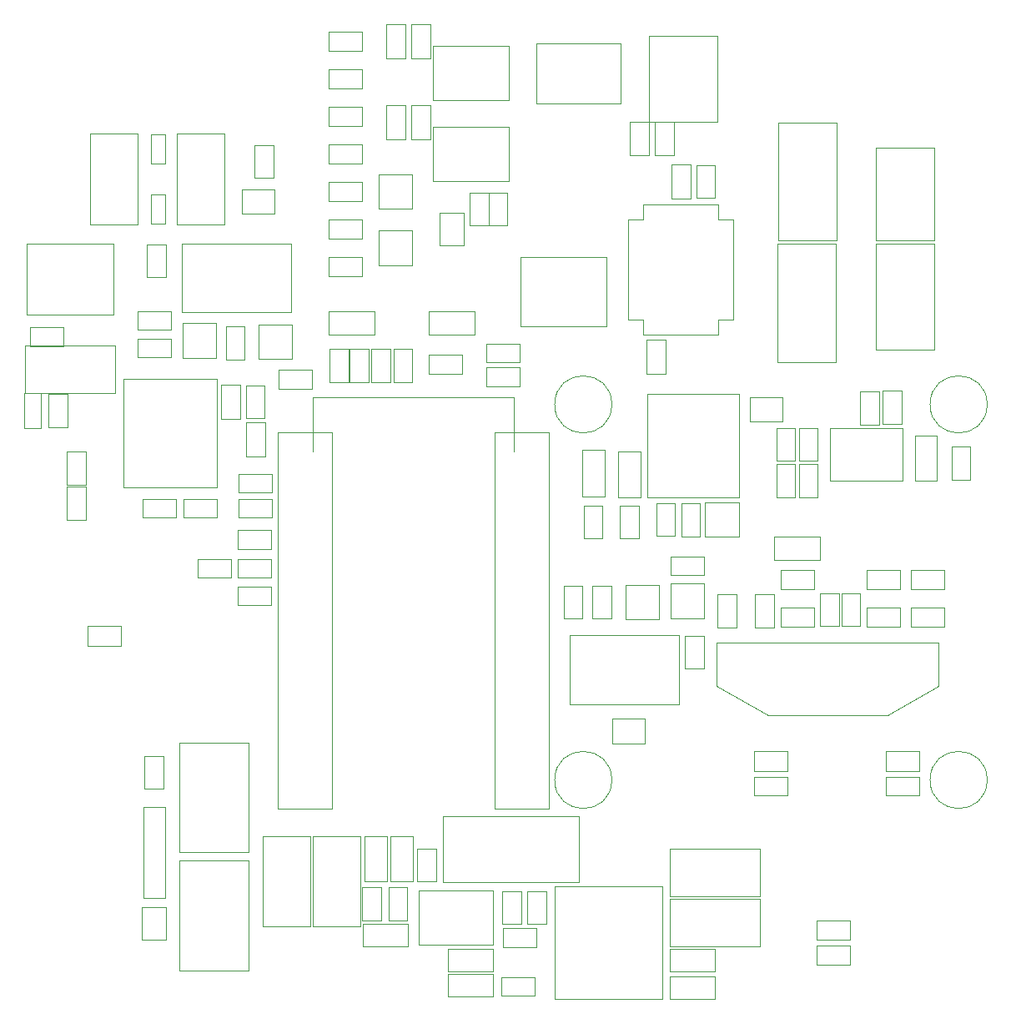
<source format=gbr>
%TF.GenerationSoftware,KiCad,Pcbnew,5.99.0-unknown-e950278637~142~ubuntu18.04.1*%
%TF.CreationDate,2021-10-25T23:56:18+03:00*%
%TF.ProjectId,cdf-1,6364662d-312e-46b6-9963-61645f706362,rev?*%
%TF.SameCoordinates,Original*%
%TF.FileFunction,Other,User*%
%FSLAX46Y46*%
G04 Gerber Fmt 4.6, Leading zero omitted, Abs format (unit mm)*
G04 Created by KiCad (PCBNEW 5.99.0-unknown-e950278637~142~ubuntu18.04.1) date 2021-10-25 23:56:18*
%MOMM*%
%LPD*%
G01*
G04 APERTURE LIST*
%ADD10C,0.050000*%
G04 APERTURE END LIST*
D10*
%TO.C,C1*%
X177940000Y-130167000D02*
X177940000Y-139327000D01*
X182740000Y-130167000D02*
X177940000Y-130167000D01*
X177940000Y-139327000D02*
X182740000Y-139327000D01*
X182740000Y-139327000D02*
X182740000Y-130167000D01*
%TO.C,C5*%
X183020000Y-139327000D02*
X187820000Y-139327000D01*
X187820000Y-130167000D02*
X183020000Y-130167000D01*
X183020000Y-130167000D02*
X183020000Y-139327000D01*
X187820000Y-139327000D02*
X187820000Y-130167000D01*
%TO.C,C6*%
X190507000Y-134761000D02*
X190507000Y-130161000D01*
X190507000Y-130161000D02*
X188207000Y-130161000D01*
X188207000Y-130161000D02*
X188207000Y-134761000D01*
X188207000Y-134761000D02*
X190507000Y-134761000D01*
%TO.C,C7*%
X201309000Y-143898000D02*
X201309000Y-141598000D01*
X196709000Y-141598000D02*
X196709000Y-143898000D01*
X196709000Y-143898000D02*
X201309000Y-143898000D01*
X201309000Y-141598000D02*
X196709000Y-141598000D01*
%TO.C,C9*%
X192673000Y-141358000D02*
X192673000Y-139058000D01*
X192673000Y-139058000D02*
X188073000Y-139058000D01*
X188073000Y-141358000D02*
X192673000Y-141358000D01*
X188073000Y-139058000D02*
X188073000Y-141358000D01*
%TO.C,C11*%
X219194000Y-131458000D02*
X219194000Y-136258000D01*
X228354000Y-131458000D02*
X219194000Y-131458000D01*
X219194000Y-136258000D02*
X228354000Y-136258000D01*
X228354000Y-136258000D02*
X228354000Y-131458000D01*
%TO.C,C13*%
X223788000Y-143898000D02*
X223788000Y-141598000D01*
X219188000Y-141598000D02*
X219188000Y-143898000D01*
X223788000Y-141598000D02*
X219188000Y-141598000D01*
X219188000Y-143898000D02*
X223788000Y-143898000D01*
%TO.C,C16*%
X228354000Y-141338000D02*
X228354000Y-136538000D01*
X219194000Y-141338000D02*
X228354000Y-141338000D01*
X228354000Y-136538000D02*
X219194000Y-136538000D01*
X219194000Y-136538000D02*
X219194000Y-141338000D01*
%TO.C,C19*%
X158079000Y-88695000D02*
X158079000Y-85295000D01*
X158079000Y-85295000D02*
X156119000Y-85295000D01*
X156119000Y-85295000D02*
X156119000Y-88695000D01*
X156119000Y-88695000D02*
X158079000Y-88695000D01*
%TO.C,C21*%
X158024000Y-94537000D02*
X159984000Y-94537000D01*
X159984000Y-91137000D02*
X158024000Y-91137000D01*
X159984000Y-94537000D02*
X159984000Y-91137000D01*
X158024000Y-91137000D02*
X158024000Y-94537000D01*
%TO.C,C24*%
X215174000Y-61075000D02*
X217134000Y-61075000D01*
X215174000Y-57675000D02*
X215174000Y-61075000D01*
X217134000Y-61075000D02*
X217134000Y-57675000D01*
X217134000Y-57675000D02*
X215174000Y-57675000D01*
%TO.C,C25*%
X154256000Y-78522000D02*
X154256000Y-80482000D01*
X154256000Y-80482000D02*
X157656000Y-80482000D01*
X157656000Y-80482000D02*
X157656000Y-78522000D01*
X157656000Y-78522000D02*
X154256000Y-78522000D01*
%TO.C,C27*%
X217714000Y-57675000D02*
X217714000Y-61075000D01*
X217714000Y-61075000D02*
X219674000Y-61075000D01*
X219674000Y-61075000D02*
X219674000Y-57675000D01*
X219674000Y-57675000D02*
X217714000Y-57675000D01*
%TO.C,C28*%
X173645000Y-84406000D02*
X173645000Y-87806000D01*
X175605000Y-84406000D02*
X173645000Y-84406000D01*
X175605000Y-87806000D02*
X175605000Y-84406000D01*
X173645000Y-87806000D02*
X175605000Y-87806000D01*
%TO.C,C29*%
X178145000Y-88216000D02*
X176185000Y-88216000D01*
X178145000Y-91616000D02*
X178145000Y-88216000D01*
X176185000Y-88216000D02*
X176185000Y-91616000D01*
X176185000Y-91616000D02*
X178145000Y-91616000D01*
%TO.C,C36*%
X230456000Y-108930000D02*
X233856000Y-108930000D01*
X233856000Y-108930000D02*
X233856000Y-106970000D01*
X233856000Y-106970000D02*
X230456000Y-106970000D01*
X230456000Y-106970000D02*
X230456000Y-108930000D01*
%TO.C,C37*%
X226024000Y-109015000D02*
X226024000Y-105615000D01*
X224064000Y-105615000D02*
X224064000Y-109015000D01*
X226024000Y-105615000D02*
X224064000Y-105615000D01*
X224064000Y-109015000D02*
X226024000Y-109015000D01*
%TO.C,C38*%
X227874000Y-109015000D02*
X229834000Y-109015000D01*
X227874000Y-105615000D02*
X227874000Y-109015000D01*
X229834000Y-105615000D02*
X227874000Y-105615000D01*
X229834000Y-109015000D02*
X229834000Y-105615000D01*
%TO.C,C39*%
X247064000Y-108930000D02*
X247064000Y-106970000D01*
X243664000Y-106970000D02*
X243664000Y-108930000D01*
X247064000Y-106970000D02*
X243664000Y-106970000D01*
X243664000Y-108930000D02*
X247064000Y-108930000D01*
%TO.C,C42*%
X243664000Y-105120000D02*
X247064000Y-105120000D01*
X247064000Y-105120000D02*
X247064000Y-103160000D01*
X243664000Y-103160000D02*
X243664000Y-105120000D01*
X247064000Y-103160000D02*
X243664000Y-103160000D01*
%TO.C,C43*%
X242619000Y-103160000D02*
X239219000Y-103160000D01*
X239219000Y-105120000D02*
X242619000Y-105120000D01*
X239219000Y-103160000D02*
X239219000Y-105120000D01*
X242619000Y-105120000D02*
X242619000Y-103160000D01*
%TO.C,C45*%
X240828000Y-84975000D02*
X240828000Y-88375000D01*
X240828000Y-88375000D02*
X242788000Y-88375000D01*
X242788000Y-84975000D02*
X240828000Y-84975000D01*
X242788000Y-88375000D02*
X242788000Y-84975000D01*
%TO.C,C46*%
X238542000Y-88441000D02*
X240502000Y-88441000D01*
X240502000Y-85041000D02*
X238542000Y-85041000D01*
X240502000Y-88441000D02*
X240502000Y-85041000D01*
X238542000Y-85041000D02*
X238542000Y-88441000D01*
%TO.C,D6*%
X199454000Y-76955000D02*
X194754000Y-76955000D01*
X194754000Y-79255000D02*
X194754000Y-76955000D01*
X194754000Y-79255000D02*
X199454000Y-79255000D01*
X199454000Y-79255000D02*
X199454000Y-76955000D01*
%TO.C,D7*%
X189294000Y-76955000D02*
X184594000Y-76955000D01*
X184594000Y-79255000D02*
X189294000Y-79255000D01*
X184594000Y-79255000D02*
X184594000Y-76955000D01*
X189294000Y-79255000D02*
X189294000Y-76955000D01*
%TO.C,D14*%
X210305000Y-90995000D02*
X210305000Y-95695000D01*
X212605000Y-90995000D02*
X210305000Y-90995000D01*
X212605000Y-95695000D02*
X210305000Y-95695000D01*
X212605000Y-95695000D02*
X212605000Y-90995000D01*
%TO.C,D15*%
X216288000Y-95822000D02*
X213988000Y-95822000D01*
X216288000Y-95822000D02*
X216288000Y-91122000D01*
X216288000Y-91122000D02*
X213988000Y-91122000D01*
X213988000Y-91122000D02*
X213988000Y-95822000D01*
%TO.C,D16*%
X234506000Y-99815000D02*
X234506000Y-102115000D01*
X229806000Y-99815000D02*
X229806000Y-102115000D01*
X229806000Y-102115000D02*
X234506000Y-102115000D01*
X234506000Y-99815000D02*
X229806000Y-99815000D01*
%TO.C,JP9*%
X179069000Y-64536000D02*
X179069000Y-67036000D01*
X175769000Y-67036000D02*
X175769000Y-64536000D01*
X179069000Y-64536000D02*
X175769000Y-64536000D01*
X175769000Y-67036000D02*
X179069000Y-67036000D01*
%TO.C,JP13*%
X227331000Y-88118000D02*
X230631000Y-88118000D01*
X230631000Y-85618000D02*
X227331000Y-85618000D01*
X227331000Y-88118000D02*
X227331000Y-85618000D01*
X230631000Y-85618000D02*
X230631000Y-88118000D01*
%TO.C,JP15*%
X213361000Y-120757000D02*
X213361000Y-118257000D01*
X216661000Y-118257000D02*
X216661000Y-120757000D01*
X213361000Y-120757000D02*
X216661000Y-120757000D01*
X216661000Y-118257000D02*
X213361000Y-118257000D01*
%TO.C,K1*%
X226265000Y-85301000D02*
X226265000Y-95801000D01*
X226265000Y-85301000D02*
X216965000Y-85301000D01*
X216965000Y-95801000D02*
X226265000Y-95801000D01*
X216965000Y-95801000D02*
X216965000Y-85301000D01*
%TO.C,Q3*%
X169750000Y-81633000D02*
X173150000Y-81633000D01*
X169750000Y-78133000D02*
X169750000Y-81633000D01*
X173150000Y-78133000D02*
X169750000Y-78133000D01*
X173150000Y-81633000D02*
X173150000Y-78133000D01*
%TO.C,Q4*%
X193089000Y-68735000D02*
X189689000Y-68735000D01*
X189689000Y-72235000D02*
X193089000Y-72235000D01*
X193089000Y-72235000D02*
X193089000Y-68735000D01*
X189689000Y-68735000D02*
X189689000Y-72235000D01*
%TO.C,Q5*%
X177497000Y-81760000D02*
X180897000Y-81760000D01*
X177497000Y-78260000D02*
X177497000Y-81760000D01*
X180897000Y-81760000D02*
X180897000Y-78260000D01*
X180897000Y-78260000D02*
X177497000Y-78260000D01*
%TO.C,Q8*%
X222786000Y-99744000D02*
X226286000Y-99744000D01*
X226286000Y-99744000D02*
X226286000Y-96344000D01*
X222786000Y-96344000D02*
X222786000Y-99744000D01*
X226286000Y-96344000D02*
X222786000Y-96344000D01*
%TO.C,Q9*%
X214708000Y-108176000D02*
X218108000Y-108176000D01*
X214708000Y-104676000D02*
X214708000Y-108176000D01*
X218108000Y-108176000D02*
X218108000Y-104676000D01*
X218108000Y-104676000D02*
X214708000Y-104676000D01*
%TO.C,Q10*%
X222680000Y-108049000D02*
X222680000Y-104549000D01*
X219280000Y-108049000D02*
X222680000Y-108049000D01*
X219280000Y-104549000D02*
X219280000Y-108049000D01*
X222680000Y-104549000D02*
X219280000Y-104549000D01*
%TO.C,R5*%
X195514000Y-134776000D02*
X195514000Y-131416000D01*
X193614000Y-131416000D02*
X193614000Y-134776000D01*
X193614000Y-134776000D02*
X195514000Y-134776000D01*
X195514000Y-131416000D02*
X193614000Y-131416000D01*
%TO.C,R6*%
X192593000Y-135353000D02*
X190693000Y-135353000D01*
X190693000Y-138713000D02*
X192593000Y-138713000D01*
X190693000Y-135353000D02*
X190693000Y-138713000D01*
X192593000Y-138713000D02*
X192593000Y-135353000D01*
%TO.C,R7*%
X189926000Y-138713000D02*
X189926000Y-135353000D01*
X189926000Y-135353000D02*
X188026000Y-135353000D01*
X188026000Y-138713000D02*
X189926000Y-138713000D01*
X188026000Y-135353000D02*
X188026000Y-138713000D01*
%TO.C,R9*%
X198149000Y-83246000D02*
X198149000Y-81346000D01*
X194789000Y-81346000D02*
X194789000Y-83246000D01*
X194789000Y-83246000D02*
X198149000Y-83246000D01*
X198149000Y-81346000D02*
X194789000Y-81346000D01*
%TO.C,R17*%
X168558000Y-78801000D02*
X168558000Y-76901000D01*
X168558000Y-76901000D02*
X165198000Y-76901000D01*
X165198000Y-78801000D02*
X168558000Y-78801000D01*
X165198000Y-76901000D02*
X165198000Y-78801000D01*
%TO.C,R19*%
X165198000Y-81595000D02*
X168558000Y-81595000D01*
X168558000Y-81595000D02*
X168558000Y-79695000D01*
X165198000Y-79695000D02*
X165198000Y-81595000D01*
X168558000Y-79695000D02*
X165198000Y-79695000D01*
%TO.C,R23*%
X174183000Y-78457000D02*
X174183000Y-81817000D01*
X174183000Y-81817000D02*
X176083000Y-81817000D01*
X176083000Y-78457000D02*
X174183000Y-78457000D01*
X176083000Y-81817000D02*
X176083000Y-78457000D01*
%TO.C,R24*%
X184629000Y-65720000D02*
X187989000Y-65720000D01*
X187989000Y-65720000D02*
X187989000Y-63820000D01*
X184629000Y-63820000D02*
X184629000Y-65720000D01*
X187989000Y-63820000D02*
X184629000Y-63820000D01*
%TO.C,R25*%
X176215000Y-84426000D02*
X176215000Y-87786000D01*
X176215000Y-87786000D02*
X178115000Y-87786000D01*
X178115000Y-87786000D02*
X178115000Y-84426000D01*
X178115000Y-84426000D02*
X176215000Y-84426000D01*
%TO.C,R30*%
X169897000Y-97851000D02*
X173257000Y-97851000D01*
X173257000Y-97851000D02*
X173257000Y-95951000D01*
X173257000Y-95951000D02*
X169897000Y-95951000D01*
X169897000Y-95951000D02*
X169897000Y-97851000D01*
%TO.C,R31*%
X165706000Y-95951000D02*
X165706000Y-97851000D01*
X169066000Y-97851000D02*
X169066000Y-95951000D01*
X165706000Y-97851000D02*
X169066000Y-97851000D01*
X169066000Y-95951000D02*
X165706000Y-95951000D01*
%TO.C,R32*%
X178718000Y-102047000D02*
X175358000Y-102047000D01*
X175358000Y-102047000D02*
X175358000Y-103947000D01*
X175358000Y-103947000D02*
X178718000Y-103947000D01*
X178718000Y-103947000D02*
X178718000Y-102047000D01*
%TO.C,R33*%
X200853000Y-64868000D02*
X200853000Y-68228000D01*
X200853000Y-68228000D02*
X202753000Y-68228000D01*
X202753000Y-64868000D02*
X200853000Y-64868000D01*
X202753000Y-68228000D02*
X202753000Y-64868000D01*
%TO.C,R34*%
X222311000Y-96387500D02*
X220411000Y-96387500D01*
X220411000Y-99747500D02*
X222311000Y-99747500D01*
X222311000Y-99747500D02*
X222311000Y-96387500D01*
X220411000Y-96387500D02*
X220411000Y-99747500D01*
%TO.C,R35*%
X217871000Y-96364000D02*
X217871000Y-99724000D01*
X217871000Y-99724000D02*
X219771000Y-99724000D01*
X219771000Y-96364000D02*
X217871000Y-96364000D01*
X219771000Y-99724000D02*
X219771000Y-96364000D01*
%TO.C,R38*%
X212405000Y-99978000D02*
X212405000Y-96618000D01*
X210505000Y-99978000D02*
X212405000Y-99978000D01*
X210505000Y-96618000D02*
X210505000Y-99978000D01*
X212405000Y-96618000D02*
X210505000Y-96618000D01*
%TO.C,R39*%
X214188000Y-99978000D02*
X216088000Y-99978000D01*
X216088000Y-99978000D02*
X216088000Y-96618000D01*
X214188000Y-96618000D02*
X214188000Y-99978000D01*
X216088000Y-96618000D02*
X214188000Y-96618000D01*
%TO.C,R40*%
X230476000Y-103190000D02*
X230476000Y-105090000D01*
X230476000Y-105090000D02*
X233836000Y-105090000D01*
X233836000Y-105090000D02*
X233836000Y-103190000D01*
X233836000Y-103190000D02*
X230476000Y-103190000D01*
%TO.C,R42*%
X178845000Y-93411000D02*
X175485000Y-93411000D01*
X175485000Y-93411000D02*
X175485000Y-95311000D01*
X175485000Y-95311000D02*
X178845000Y-95311000D01*
X178845000Y-95311000D02*
X178845000Y-93411000D01*
%TO.C,R44*%
X178845000Y-97851000D02*
X178845000Y-95951000D01*
X178845000Y-95951000D02*
X175485000Y-95951000D01*
X175485000Y-95951000D02*
X175485000Y-97851000D01*
X175485000Y-97851000D02*
X178845000Y-97851000D01*
%TO.C,R45*%
X208473000Y-108106000D02*
X210373000Y-108106000D01*
X210373000Y-104746000D02*
X208473000Y-104746000D01*
X208473000Y-104746000D02*
X208473000Y-108106000D01*
X210373000Y-108106000D02*
X210373000Y-104746000D01*
%TO.C,R46*%
X247843000Y-94009000D02*
X249743000Y-94009000D01*
X249743000Y-90649000D02*
X247843000Y-90649000D01*
X249743000Y-94009000D02*
X249743000Y-90649000D01*
X247843000Y-90649000D02*
X247843000Y-94009000D01*
%TO.C,R47*%
X246357000Y-89541000D02*
X244117000Y-89541000D01*
X246357000Y-94101000D02*
X246357000Y-89541000D01*
X244117000Y-94101000D02*
X246357000Y-94101000D01*
X244117000Y-89541000D02*
X244117000Y-94101000D01*
%TO.C,R50*%
X211394000Y-104746000D02*
X211394000Y-108106000D01*
X213294000Y-108106000D02*
X213294000Y-104746000D01*
X213294000Y-104746000D02*
X211394000Y-104746000D01*
X211394000Y-108106000D02*
X213294000Y-108106000D01*
%TO.C,R51*%
X239239000Y-107000000D02*
X239239000Y-108900000D01*
X242599000Y-107000000D02*
X239239000Y-107000000D01*
X242599000Y-108900000D02*
X242599000Y-107000000D01*
X239239000Y-108900000D02*
X242599000Y-108900000D01*
%TO.C,R52*%
X222660000Y-101793000D02*
X219300000Y-101793000D01*
X222660000Y-103693000D02*
X222660000Y-101793000D01*
X219300000Y-103693000D02*
X222660000Y-103693000D01*
X219300000Y-101793000D02*
X219300000Y-103693000D01*
%TO.C,R53*%
X220792000Y-113186000D02*
X222692000Y-113186000D01*
X220792000Y-109826000D02*
X220792000Y-113186000D01*
X222692000Y-113186000D02*
X222692000Y-109826000D01*
X222692000Y-109826000D02*
X220792000Y-109826000D01*
%TO.C,R54*%
X231963000Y-88744000D02*
X230063000Y-88744000D01*
X230063000Y-88744000D02*
X230063000Y-92104000D01*
X230063000Y-92104000D02*
X231963000Y-92104000D01*
X231963000Y-92104000D02*
X231963000Y-88744000D01*
%TO.C,R55*%
X231963000Y-92427000D02*
X230063000Y-92427000D01*
X231963000Y-95787000D02*
X231963000Y-92427000D01*
X230063000Y-95787000D02*
X231963000Y-95787000D01*
X230063000Y-92427000D02*
X230063000Y-95787000D01*
%TO.C,R57*%
X234249000Y-92104000D02*
X234249000Y-88744000D01*
X232349000Y-92104000D02*
X234249000Y-92104000D01*
X232349000Y-88744000D02*
X232349000Y-92104000D01*
X234249000Y-88744000D02*
X232349000Y-88744000D01*
%TO.C,R58*%
X234249000Y-95787000D02*
X234249000Y-92427000D01*
X232349000Y-95787000D02*
X234249000Y-95787000D01*
X234249000Y-92427000D02*
X232349000Y-92427000D01*
X232349000Y-92427000D02*
X232349000Y-95787000D01*
%TO.C,U3*%
X163779000Y-83781000D02*
X163779000Y-94781000D01*
X173279000Y-83781000D02*
X173279000Y-94781000D01*
X173279000Y-94781000D02*
X163779000Y-94781000D01*
X173279000Y-83781000D02*
X163779000Y-83781000D01*
%TO.C,JP7*%
X198354000Y-70230000D02*
X195854000Y-70230000D01*
X195854000Y-66930000D02*
X198354000Y-66930000D01*
X198354000Y-70230000D02*
X198354000Y-66930000D01*
X195854000Y-66930000D02*
X195854000Y-70230000D01*
%TO.C,FB1*%
X155409000Y-85245000D02*
X153709000Y-85245000D01*
X155409000Y-88745000D02*
X155409000Y-85245000D01*
X153709000Y-88745000D02*
X155409000Y-88745000D01*
X153709000Y-85245000D02*
X153709000Y-88745000D01*
%TO.C,U4*%
X202859000Y-63710000D02*
X195159000Y-63710000D01*
X202859000Y-58210000D02*
X202859000Y-63710000D01*
X195159000Y-58210000D02*
X202859000Y-58210000D01*
X195159000Y-63710000D02*
X195159000Y-58210000D01*
%TO.C,Q11*%
X209080000Y-116784000D02*
X209080000Y-109784000D01*
X209080000Y-109784000D02*
X220180000Y-109784000D01*
X220180000Y-109784000D02*
X220180000Y-116784000D01*
X220180000Y-116784000D02*
X209080000Y-116784000D01*
%TO.C,Q7*%
X180810000Y-77033000D02*
X169710000Y-77033000D01*
X180810000Y-70033000D02*
X180810000Y-77033000D01*
X169710000Y-77033000D02*
X169710000Y-70033000D01*
X169710000Y-70033000D02*
X180810000Y-70033000D01*
%TO.C,C30*%
X190409000Y-56035000D02*
X190409000Y-59435000D01*
X190409000Y-59435000D02*
X192369000Y-59435000D01*
X192369000Y-56035000D02*
X190409000Y-56035000D01*
X192369000Y-59435000D02*
X192369000Y-56035000D01*
%TO.C,J12*%
X214246400Y-55805000D02*
X205646400Y-55805000D01*
X205646400Y-49705000D02*
X214246400Y-49705000D01*
X205646400Y-55805000D02*
X205646400Y-49705000D01*
X214246400Y-49705000D02*
X214246400Y-55805000D01*
%TO.C,U5*%
X195159000Y-55505000D02*
X195159000Y-50005000D01*
X195159000Y-50005000D02*
X202859000Y-50005000D01*
X202859000Y-55505000D02*
X195159000Y-55505000D01*
X202859000Y-50005000D02*
X202859000Y-55505000D01*
%TO.C,C34*%
X194909000Y-51230000D02*
X194909000Y-47830000D01*
X192949000Y-47830000D02*
X192949000Y-51230000D01*
X192949000Y-51230000D02*
X194909000Y-51230000D01*
X194909000Y-47830000D02*
X192949000Y-47830000D01*
%TO.C,C31*%
X192369000Y-47830000D02*
X190409000Y-47830000D01*
X190409000Y-51230000D02*
X192369000Y-51230000D01*
X190409000Y-47830000D02*
X190409000Y-51230000D01*
X192369000Y-51230000D02*
X192369000Y-47830000D01*
%TO.C,C32*%
X194909000Y-59435000D02*
X194909000Y-56035000D01*
X192949000Y-59435000D02*
X194909000Y-59435000D01*
X192949000Y-56035000D02*
X192949000Y-59435000D01*
X194909000Y-56035000D02*
X192949000Y-56035000D01*
%TO.C,R16*%
X205515000Y-144465000D02*
X202155000Y-144465000D01*
X205515000Y-146365000D02*
X205515000Y-144465000D01*
X202155000Y-144465000D02*
X202155000Y-146365000D01*
X202155000Y-146365000D02*
X205515000Y-146365000D01*
%TO.C,Q6*%
X193089000Y-66520000D02*
X193089000Y-63020000D01*
X189689000Y-63020000D02*
X189689000Y-66520000D01*
X193089000Y-63020000D02*
X189689000Y-63020000D01*
X189689000Y-66520000D02*
X193089000Y-66520000D01*
%TO.C,R22*%
X184629000Y-67630000D02*
X184629000Y-69530000D01*
X187989000Y-67630000D02*
X184629000Y-67630000D01*
X187989000Y-69530000D02*
X187989000Y-67630000D01*
X184629000Y-69530000D02*
X187989000Y-69530000D01*
%TO.C,R37*%
X198948000Y-68228000D02*
X200848000Y-68228000D01*
X198948000Y-64868000D02*
X198948000Y-68228000D01*
X200848000Y-64868000D02*
X198948000Y-64868000D01*
X200848000Y-68228000D02*
X200848000Y-64868000D01*
%TO.C,R21*%
X184629000Y-52390000D02*
X184629000Y-54290000D01*
X187989000Y-52390000D02*
X184629000Y-52390000D01*
X187989000Y-54290000D02*
X187989000Y-52390000D01*
X184629000Y-54290000D02*
X187989000Y-54290000D01*
%TO.C,R18*%
X184629000Y-61910000D02*
X187989000Y-61910000D01*
X184629000Y-60010000D02*
X184629000Y-61910000D01*
X187989000Y-61910000D02*
X187989000Y-60010000D01*
X187989000Y-60010000D02*
X184629000Y-60010000D01*
%TO.C,R28*%
X187989000Y-71440000D02*
X184629000Y-71440000D01*
X184629000Y-73340000D02*
X187989000Y-73340000D01*
X184629000Y-71440000D02*
X184629000Y-73340000D01*
X187989000Y-73340000D02*
X187989000Y-71440000D01*
%TO.C,R20*%
X184629000Y-50480000D02*
X187989000Y-50480000D01*
X187989000Y-48580000D02*
X184629000Y-48580000D01*
X187989000Y-50480000D02*
X187989000Y-48580000D01*
X184629000Y-48580000D02*
X184629000Y-50480000D01*
%TO.C,R26*%
X187989000Y-58100000D02*
X187989000Y-56200000D01*
X184629000Y-58100000D02*
X187989000Y-58100000D01*
X184629000Y-56200000D02*
X184629000Y-58100000D01*
X187989000Y-56200000D02*
X184629000Y-56200000D01*
%TO.C,JP10*%
X217149000Y-48990000D02*
X224049000Y-48990000D01*
X217149000Y-57690000D02*
X217149000Y-48990000D01*
X224049000Y-57690000D02*
X217149000Y-57690000D01*
X224049000Y-48990000D02*
X224049000Y-57690000D01*
%TO.C,R59*%
X179549000Y-84770000D02*
X182909000Y-84770000D01*
X182909000Y-84770000D02*
X182909000Y-82870000D01*
X182909000Y-82870000D02*
X179549000Y-82870000D01*
X179549000Y-82870000D02*
X179549000Y-84770000D01*
%TO.C,R27*%
X166182000Y-70098500D02*
X166182000Y-73458500D01*
X168082000Y-73458500D02*
X168082000Y-70098500D01*
X168082000Y-70098500D02*
X166182000Y-70098500D01*
X166182000Y-73458500D02*
X168082000Y-73458500D01*
%TO.C,R29*%
X177104000Y-63402000D02*
X179004000Y-63402000D01*
X177104000Y-60042000D02*
X177104000Y-63402000D01*
X179004000Y-60042000D02*
X177104000Y-60042000D01*
X179004000Y-63402000D02*
X179004000Y-60042000D01*
%TO.C,U7*%
X246504800Y-110510000D02*
X224004800Y-110510000D01*
X224004800Y-114900000D02*
X224004800Y-110510000D01*
X241304800Y-117900000D02*
X246504800Y-114900000D01*
X229204800Y-117900000D02*
X224004800Y-114900000D01*
X246504800Y-110510000D02*
X246504800Y-114900000D01*
X241304800Y-117900000D02*
X229204800Y-117900000D01*
%TO.C,J11*%
X212757000Y-78430000D02*
X204057000Y-78430000D01*
X204057000Y-78430000D02*
X204057000Y-71430000D01*
X204057000Y-71430000D02*
X212757000Y-71430000D01*
X212757000Y-71430000D02*
X212757000Y-78430000D01*
%TO.C,C12*%
X163498000Y-110835000D02*
X163498000Y-108875000D01*
X160098000Y-108875000D02*
X160098000Y-110835000D01*
X160098000Y-110835000D02*
X163498000Y-110835000D01*
X163498000Y-108875000D02*
X160098000Y-108875000D01*
%TO.C,C14*%
X167989000Y-58972000D02*
X166529000Y-58972000D01*
X167989000Y-61932000D02*
X167989000Y-58972000D01*
X166529000Y-61932000D02*
X167989000Y-61932000D01*
X166529000Y-58972000D02*
X166529000Y-61932000D01*
%TO.C,C15*%
X173977000Y-58920000D02*
X169177000Y-58920000D01*
X169177000Y-68080000D02*
X173977000Y-68080000D01*
X173977000Y-68080000D02*
X173977000Y-58920000D01*
X169177000Y-58920000D02*
X169177000Y-68080000D01*
%TO.C,C17*%
X166529000Y-65068000D02*
X166529000Y-68028000D01*
X167989000Y-68028000D02*
X167989000Y-65068000D01*
X167989000Y-65068000D02*
X166529000Y-65068000D01*
X166529000Y-68028000D02*
X167989000Y-68028000D01*
%TO.C,C18*%
X165214000Y-58920000D02*
X160414000Y-58920000D01*
X160414000Y-58920000D02*
X160414000Y-68080000D01*
X160414000Y-68080000D02*
X165214000Y-68080000D01*
X165214000Y-68080000D02*
X165214000Y-58920000D01*
%TO.C,R1*%
X178718000Y-106741000D02*
X178718000Y-104841000D01*
X175358000Y-104841000D02*
X175358000Y-106741000D01*
X178718000Y-104841000D02*
X175358000Y-104841000D01*
X175358000Y-106741000D02*
X178718000Y-106741000D01*
%TO.C,R2*%
X175381500Y-99126000D02*
X175381500Y-101026000D01*
X178741500Y-99126000D02*
X175381500Y-99126000D01*
X175381500Y-101026000D02*
X178741500Y-101026000D01*
X178741500Y-101026000D02*
X178741500Y-99126000D01*
%TO.C,R10*%
X203991000Y-82103000D02*
X203991000Y-80203000D01*
X203991000Y-80203000D02*
X200631000Y-80203000D01*
X200631000Y-82103000D02*
X203991000Y-82103000D01*
X200631000Y-80203000D02*
X200631000Y-82103000D01*
%TO.C,R11*%
X200631000Y-82616000D02*
X200631000Y-84516000D01*
X203991000Y-84516000D02*
X203991000Y-82616000D01*
X203991000Y-82616000D02*
X200631000Y-82616000D01*
X200631000Y-84516000D02*
X203991000Y-84516000D01*
%TO.C,R15*%
X174654000Y-103947000D02*
X174654000Y-102047000D01*
X171294000Y-103947000D02*
X174654000Y-103947000D01*
X171294000Y-102047000D02*
X171294000Y-103947000D01*
X174654000Y-102047000D02*
X171294000Y-102047000D01*
%TO.C,U2*%
X182989000Y-85610000D02*
X182989000Y-91110000D01*
X179449000Y-127360000D02*
X184949000Y-127360000D01*
X206949000Y-89160000D02*
X201449000Y-89160000D01*
X206949000Y-127360000D02*
X206949000Y-89160000D01*
X203389000Y-91110000D02*
X203389000Y-85610000D01*
X184949000Y-89160000D02*
X179449000Y-89160000D01*
X203389000Y-85610000D02*
X182989000Y-85610000D01*
X184949000Y-127360000D02*
X184949000Y-89160000D01*
X179449000Y-89160000D02*
X179449000Y-127360000D01*
X201449000Y-127360000D02*
X206949000Y-127360000D01*
X201449000Y-89160000D02*
X201449000Y-127360000D01*
%TO.C,C22*%
X153789000Y-85204000D02*
X162949000Y-85204000D01*
X162949000Y-85204000D02*
X162949000Y-80404000D01*
X162949000Y-80404000D02*
X153789000Y-80404000D01*
X153789000Y-80404000D02*
X153789000Y-85204000D01*
%TO.C,C4*%
X188927300Y-84123000D02*
X190887300Y-84123000D01*
X190887300Y-80723000D02*
X188927300Y-80723000D01*
X190887300Y-84123000D02*
X190887300Y-80723000D01*
X188927300Y-80723000D02*
X188927300Y-84123000D01*
%TO.C,R3*%
X193101000Y-84103000D02*
X193101000Y-80743000D01*
X191201000Y-84103000D02*
X193101000Y-84103000D01*
X193101000Y-80743000D02*
X191201000Y-80743000D01*
X191201000Y-80743000D02*
X191201000Y-84103000D01*
%TO.C,C2*%
X188686000Y-80723000D02*
X186726000Y-80723000D01*
X186726000Y-80723000D02*
X186726000Y-84123000D01*
X188686000Y-84123000D02*
X188686000Y-80723000D01*
X186726000Y-84123000D02*
X188686000Y-84123000D01*
%TO.C,U9*%
X153969000Y-77260000D02*
X153969000Y-70060000D01*
X162769000Y-70060000D02*
X162769000Y-77260000D01*
X153969000Y-70060000D02*
X162769000Y-70060000D01*
X162769000Y-77260000D02*
X153969000Y-77260000D01*
%TO.C,C35*%
X219365000Y-65454000D02*
X221325000Y-65454000D01*
X221325000Y-65454000D02*
X221325000Y-62054000D01*
X221325000Y-62054000D02*
X219365000Y-62054000D01*
X219365000Y-62054000D02*
X219365000Y-65454000D01*
%TO.C,C33*%
X216825000Y-83234000D02*
X218785000Y-83234000D01*
X218785000Y-83234000D02*
X218785000Y-79834000D01*
X218785000Y-79834000D02*
X216825000Y-79834000D01*
X216825000Y-79834000D02*
X216825000Y-83234000D01*
%TO.C,R36*%
X223835000Y-65434000D02*
X223835000Y-62074000D01*
X223835000Y-62074000D02*
X221935000Y-62074000D01*
X221935000Y-62074000D02*
X221935000Y-65434000D01*
X221935000Y-65434000D02*
X223835000Y-65434000D01*
%TO.C,U6*%
X215015000Y-67564000D02*
X216535000Y-67564000D01*
X225675000Y-77724000D02*
X225675000Y-67564000D01*
X216535000Y-66044000D02*
X216535000Y-67564000D01*
X216535000Y-79244000D02*
X216535000Y-77724000D01*
X216535000Y-79244000D02*
X224155000Y-79244000D01*
X216535000Y-66044000D02*
X224155000Y-66044000D01*
X215015000Y-67564000D02*
X215015000Y-77724000D01*
X225675000Y-67564000D02*
X224155000Y-67564000D01*
X215015000Y-77724000D02*
X216535000Y-77724000D01*
X225675000Y-77724000D02*
X224155000Y-77724000D01*
X224155000Y-66044000D02*
X224155000Y-67564000D01*
X224155000Y-79244000D02*
X224155000Y-77724000D01*
%TO.C,J18*%
X246070000Y-69744000D02*
X240170000Y-69744000D01*
X246070000Y-60304000D02*
X246070000Y-69744000D01*
X240170000Y-69744000D02*
X240170000Y-60304000D01*
X240170000Y-60304000D02*
X246070000Y-60304000D01*
%TO.C,J19*%
X236122000Y-57774000D02*
X236122000Y-69734000D01*
X236122000Y-69734000D02*
X230222000Y-69734000D01*
X230222000Y-69734000D02*
X230222000Y-57774000D01*
X230222000Y-57774000D02*
X236122000Y-57774000D01*
%TO.C,L1*%
X207529000Y-135220000D02*
X218429000Y-135220000D01*
X218429000Y-146720000D02*
X207529000Y-146720000D01*
X207529000Y-146720000D02*
X207529000Y-135220000D01*
X218429000Y-135220000D02*
X218429000Y-146720000D01*
%TO.C,D2*%
X196173000Y-128095000D02*
X196173000Y-134795000D01*
X209973000Y-134795000D02*
X209973000Y-128095000D01*
X196173000Y-134795000D02*
X209973000Y-134795000D01*
X209973000Y-128095000D02*
X196173000Y-128095000D01*
%TO.C,Q1*%
X176473000Y-143761000D02*
X169473000Y-143761000D01*
X169473000Y-143761000D02*
X169473000Y-132661000D01*
X176473000Y-132661000D02*
X176473000Y-143761000D01*
X169473000Y-132661000D02*
X176473000Y-132661000D01*
%TO.C,Q2*%
X169474000Y-120688000D02*
X176474000Y-120688000D01*
X176474000Y-120688000D02*
X176474000Y-131788000D01*
X169474000Y-131788000D02*
X169474000Y-120688000D01*
X176474000Y-131788000D02*
X169474000Y-131788000D01*
%TO.C,R14*%
X167828000Y-125378000D02*
X167828000Y-122018000D01*
X165928000Y-122018000D02*
X165928000Y-125378000D01*
X167828000Y-122018000D02*
X165928000Y-122018000D01*
X165928000Y-125378000D02*
X167828000Y-125378000D01*
%TO.C,D4*%
X167978000Y-127176000D02*
X165778000Y-127176000D01*
X165778000Y-136476000D02*
X167978000Y-136476000D01*
X165778000Y-127176000D02*
X165778000Y-136476000D01*
X167978000Y-136476000D02*
X167978000Y-127176000D01*
%TO.C,JP2*%
X168128000Y-140700000D02*
X165628000Y-140700000D01*
X168128000Y-140700000D02*
X168128000Y-137400000D01*
X165628000Y-137400000D02*
X168128000Y-137400000D01*
X165628000Y-137400000D02*
X165628000Y-140700000D01*
%TO.C,C10*%
X219188000Y-144392000D02*
X219188000Y-146692000D01*
X223788000Y-146692000D02*
X223788000Y-144392000D01*
X219188000Y-146692000D02*
X223788000Y-146692000D01*
X223788000Y-144392000D02*
X219188000Y-144392000D01*
%TO.C,R13*%
X204150000Y-139094000D02*
X204150000Y-135734000D01*
X204150000Y-135734000D02*
X202250000Y-135734000D01*
X202250000Y-135734000D02*
X202250000Y-139094000D01*
X202250000Y-139094000D02*
X204150000Y-139094000D01*
%TO.C,R12*%
X206690000Y-139094000D02*
X206690000Y-135734000D01*
X204790000Y-139094000D02*
X206690000Y-139094000D01*
X206690000Y-135734000D02*
X204790000Y-135734000D01*
X204790000Y-135734000D02*
X204790000Y-139094000D01*
%TO.C,C3*%
X193174000Y-130161000D02*
X190874000Y-130161000D01*
X193174000Y-134761000D02*
X193174000Y-130161000D01*
X190874000Y-130161000D02*
X190874000Y-134761000D01*
X190874000Y-134761000D02*
X193174000Y-134761000D01*
%TO.C,U1*%
X193735000Y-135680000D02*
X201235000Y-135680000D01*
X193735000Y-141180000D02*
X193735000Y-135680000D01*
X201235000Y-141180000D02*
X201235000Y-135680000D01*
X193735000Y-141180000D02*
X201235000Y-141180000D01*
%TO.C,C8*%
X196709000Y-144138000D02*
X196709000Y-146438000D01*
X201309000Y-146438000D02*
X201309000Y-144138000D01*
X201309000Y-144138000D02*
X196709000Y-144138000D01*
X196709000Y-146438000D02*
X201309000Y-146438000D01*
%TO.C,R8*%
X202282000Y-139512000D02*
X202282000Y-141412000D01*
X205642000Y-139512000D02*
X202282000Y-139512000D01*
X202282000Y-141412000D02*
X205642000Y-141412000D01*
X205642000Y-141412000D02*
X205642000Y-139512000D01*
%TO.C,C44*%
X234139000Y-138720000D02*
X234139000Y-140680000D01*
X234139000Y-140680000D02*
X237539000Y-140680000D01*
X237539000Y-138720000D02*
X234139000Y-138720000D01*
X237539000Y-140680000D02*
X237539000Y-138720000D01*
%TO.C,C41*%
X227789000Y-123535000D02*
X231189000Y-123535000D01*
X231189000Y-123535000D02*
X231189000Y-121575000D01*
X227789000Y-121575000D02*
X227789000Y-123535000D01*
X231189000Y-121575000D02*
X227789000Y-121575000D01*
%TO.C,R56*%
X234159000Y-143190000D02*
X237519000Y-143190000D01*
X234159000Y-141290000D02*
X234159000Y-143190000D01*
X237519000Y-143190000D02*
X237519000Y-141290000D01*
X237519000Y-141290000D02*
X234159000Y-141290000D01*
%TO.C,C40*%
X244524000Y-121575000D02*
X241124000Y-121575000D01*
X244524000Y-123535000D02*
X244524000Y-121575000D01*
X241124000Y-121575000D02*
X241124000Y-123535000D01*
X241124000Y-123535000D02*
X244524000Y-123535000D01*
%TO.C,R49*%
X227809000Y-126045000D02*
X231169000Y-126045000D01*
X227809000Y-124145000D02*
X227809000Y-126045000D01*
X231169000Y-124145000D02*
X227809000Y-124145000D01*
X231169000Y-126045000D02*
X231169000Y-124145000D01*
%TO.C,H4*%
X213339000Y-124460000D02*
G75*
G03*
X213339000Y-124460000I-2900000J0D01*
G01*
%TO.C,H2*%
X251439000Y-86360000D02*
G75*
G03*
X251439000Y-86360000I-2900000J0D01*
G01*
%TO.C,H3*%
X251439000Y-124460000D02*
G75*
G03*
X251439000Y-124460000I-2900000J0D01*
G01*
%TO.C,H1*%
X213339000Y-86360000D02*
G75*
G03*
X213339000Y-86360000I-2900000J0D01*
G01*
%TO.C,J16*%
X240170000Y-80788000D02*
X240170000Y-70088000D01*
X246070000Y-80788000D02*
X240170000Y-80788000D01*
X246070000Y-70088000D02*
X246070000Y-80788000D01*
X240170000Y-70088000D02*
X246070000Y-70088000D01*
%TO.C,J14*%
X236080000Y-70093000D02*
X236080000Y-82053000D01*
X230180000Y-82053000D02*
X230180000Y-70093000D01*
X236080000Y-82053000D02*
X230180000Y-82053000D01*
X230180000Y-70093000D02*
X236080000Y-70093000D01*
%TO.C,U8*%
X242841000Y-88740000D02*
X242841000Y-94140000D01*
X235441000Y-94140000D02*
X235441000Y-88740000D01*
X242841000Y-94140000D02*
X235441000Y-94140000D01*
X235441000Y-88740000D02*
X242841000Y-88740000D01*
%TO.C,R48*%
X244504000Y-126045000D02*
X244504000Y-124145000D01*
X241144000Y-126045000D02*
X244504000Y-126045000D01*
X241144000Y-124145000D02*
X241144000Y-126045000D01*
X244504000Y-124145000D02*
X241144000Y-124145000D01*
%TO.C,R43*%
X236408000Y-108868000D02*
X236408000Y-105508000D01*
X234508000Y-108868000D02*
X236408000Y-108868000D01*
X234508000Y-105508000D02*
X234508000Y-108868000D01*
X236408000Y-105508000D02*
X234508000Y-105508000D01*
%TO.C,R41*%
X236667000Y-108868000D02*
X238567000Y-108868000D01*
X236667000Y-105508000D02*
X236667000Y-108868000D01*
X238567000Y-108868000D02*
X238567000Y-105508000D01*
X238567000Y-105508000D02*
X236667000Y-105508000D01*
%TO.C,C20*%
X158024000Y-98080000D02*
X159984000Y-98080000D01*
X159984000Y-98080000D02*
X159984000Y-94680000D01*
X159984000Y-94680000D02*
X158024000Y-94680000D01*
X158024000Y-94680000D02*
X158024000Y-98080000D01*
%TO.C,R4*%
X184724000Y-84079500D02*
X186624000Y-84079500D01*
X186624000Y-80719500D02*
X184724000Y-80719500D01*
X186624000Y-84079500D02*
X186624000Y-80719500D01*
X184724000Y-80719500D02*
X184724000Y-84079500D01*
%TD*%
M02*

</source>
